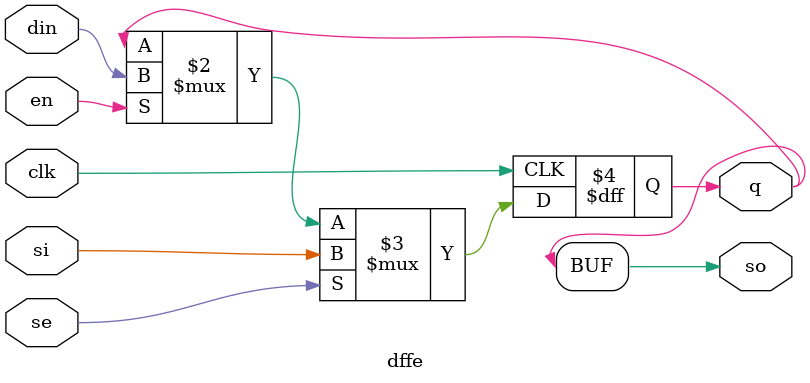
<source format=v>
module dffe (din, en, clk, q, se, si, so);
parameter SIZE = 1;
input	[SIZE-1:0]	din ;	
input			en ;	
input			clk ;	
output	[SIZE-1:0]	q ;	
input			se ;	
input	[SIZE-1:0]	si ;	
output	[SIZE-1:0]	so ;	
reg 	[SIZE-1:0]	q ;
`ifdef NO_SCAN
always @ (posedge clk)
	q[SIZE-1:0]  <= ((en) ? din[SIZE-1:0] : q[SIZE-1:0]) ;
`else
always @ (posedge clk)
	q[SIZE-1:0]  <= (se) ? si[SIZE-1:0]  : ((en) ? din[SIZE-1:0] : q[SIZE-1:0]) ;
assign so[SIZE-1:0] = q[SIZE-1:0] ;
`endif
endmodule
</source>
